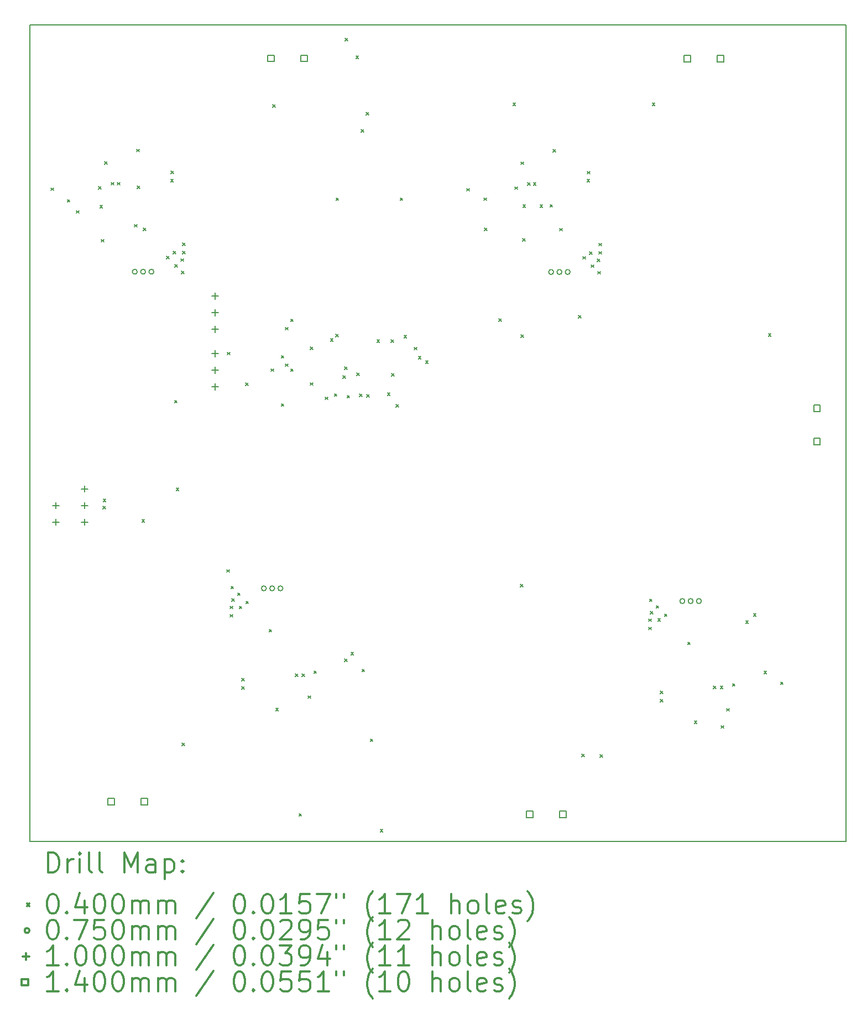
<source format=gbr>
%FSLAX45Y45*%
G04 Gerber Fmt 4.5, Leading zero omitted, Abs format (unit mm)*
G04 Created by KiCad (PCBNEW (5.1.10)-1) date 2021-05-13 19:21:07*
%MOMM*%
%LPD*%
G01*
G04 APERTURE LIST*
%TA.AperFunction,Profile*%
%ADD10C,0.150000*%
%TD*%
%ADD11C,0.200000*%
%ADD12C,0.300000*%
G04 APERTURE END LIST*
D10*
X14998700Y-17995900D02*
X14998700Y-5499100D01*
X2501900Y-17995900D02*
X14998700Y-17995900D01*
X2501900Y-5499100D02*
X2501900Y-17995900D01*
X14998700Y-5499100D02*
X2501900Y-5499100D01*
D11*
X2823530Y-7992430D02*
X2863530Y-8032430D01*
X2863530Y-7992430D02*
X2823530Y-8032430D01*
X3072450Y-8171500D02*
X3112450Y-8211500D01*
X3112450Y-8171500D02*
X3072450Y-8211500D01*
X3210880Y-8341680D02*
X3250880Y-8381680D01*
X3250880Y-8341680D02*
X3210880Y-8381680D01*
X3553780Y-7973380D02*
X3593780Y-8013380D01*
X3593780Y-7973380D02*
X3553780Y-8013380D01*
X3574100Y-8260400D02*
X3614100Y-8300400D01*
X3614100Y-8260400D02*
X3574100Y-8300400D01*
X3593150Y-8781100D02*
X3633150Y-8821100D01*
X3633150Y-8781100D02*
X3593150Y-8821100D01*
X3618550Y-12864150D02*
X3658550Y-12904150D01*
X3658550Y-12864150D02*
X3618550Y-12904150D01*
X3624900Y-12756200D02*
X3664900Y-12796200D01*
X3664900Y-12756200D02*
X3624900Y-12796200D01*
X3642680Y-7592380D02*
X3682680Y-7632380D01*
X3682680Y-7592380D02*
X3642680Y-7632380D01*
X3744280Y-7909880D02*
X3784280Y-7949880D01*
X3784280Y-7909880D02*
X3744280Y-7949880D01*
X3837328Y-7907678D02*
X3877328Y-7947678D01*
X3877328Y-7907678D02*
X3837328Y-7947678D01*
X4101150Y-8552500D02*
X4141150Y-8592500D01*
X4141150Y-8552500D02*
X4101150Y-8592500D01*
X4137980Y-7401880D02*
X4177980Y-7441880D01*
X4177980Y-7401880D02*
X4137980Y-7441880D01*
X4147180Y-7961950D02*
X4187180Y-8001950D01*
X4187180Y-7961950D02*
X4147180Y-8001950D01*
X4215450Y-13067350D02*
X4255450Y-13107350D01*
X4255450Y-13067350D02*
X4215450Y-13107350D01*
X4239580Y-8608380D02*
X4279580Y-8648380D01*
X4279580Y-8608380D02*
X4239580Y-8648380D01*
X4595180Y-9040180D02*
X4635180Y-9080180D01*
X4635180Y-9040180D02*
X4595180Y-9080180D01*
X4657745Y-7860015D02*
X4697745Y-7900015D01*
X4697745Y-7860015D02*
X4657745Y-7900015D01*
X4659950Y-7733350D02*
X4699950Y-7773350D01*
X4699950Y-7733350D02*
X4659950Y-7773350D01*
X4697745Y-8964945D02*
X4737745Y-9004945D01*
X4737745Y-8964945D02*
X4697745Y-9004945D01*
X4717100Y-11244900D02*
X4757100Y-11284900D01*
X4757100Y-11244900D02*
X4717100Y-11284900D01*
X4722180Y-9167180D02*
X4762180Y-9207180D01*
X4762180Y-9167180D02*
X4722180Y-9207180D01*
X4742500Y-12584750D02*
X4782500Y-12624750D01*
X4782500Y-12584750D02*
X4742500Y-12624750D01*
X4811080Y-9078280D02*
X4851080Y-9118280D01*
X4851080Y-9078280D02*
X4811080Y-9118280D01*
X4823780Y-9268780D02*
X4863780Y-9308780D01*
X4863780Y-9268780D02*
X4823780Y-9308780D01*
X4823780Y-9268780D02*
X4863780Y-9308780D01*
X4863780Y-9268780D02*
X4823780Y-9308780D01*
X4823780Y-9268780D02*
X4863780Y-9308780D01*
X4863780Y-9268780D02*
X4823780Y-9308780D01*
X4823780Y-9268780D02*
X4863780Y-9308780D01*
X4863780Y-9268780D02*
X4823780Y-9308780D01*
X4823780Y-9268780D02*
X4863780Y-9308780D01*
X4863780Y-9268780D02*
X4823780Y-9308780D01*
X4831400Y-16490000D02*
X4871400Y-16530000D01*
X4871400Y-16490000D02*
X4831400Y-16530000D01*
X4836480Y-8836980D02*
X4876480Y-8876980D01*
X4876480Y-8836980D02*
X4836480Y-8876980D01*
X4836480Y-8963980D02*
X4876480Y-9003980D01*
X4876480Y-8963980D02*
X4836480Y-9003980D01*
X5517200Y-13835700D02*
X5557200Y-13875700D01*
X5557200Y-13835700D02*
X5517200Y-13875700D01*
X5523550Y-10508300D02*
X5563550Y-10548300D01*
X5563550Y-10508300D02*
X5523550Y-10548300D01*
X5568000Y-14394500D02*
X5608000Y-14434500D01*
X5608000Y-14394500D02*
X5568000Y-14434500D01*
X5568000Y-14521500D02*
X5608000Y-14561500D01*
X5608000Y-14521500D02*
X5568000Y-14561500D01*
X5580700Y-14089700D02*
X5620700Y-14129700D01*
X5620700Y-14089700D02*
X5580700Y-14129700D01*
X5580700Y-14089700D02*
X5620700Y-14129700D01*
X5620700Y-14089700D02*
X5580700Y-14129700D01*
X5580700Y-14089700D02*
X5620700Y-14129700D01*
X5620700Y-14089700D02*
X5580700Y-14129700D01*
X5580700Y-14089700D02*
X5620700Y-14129700D01*
X5620700Y-14089700D02*
X5580700Y-14129700D01*
X5580700Y-14089700D02*
X5620700Y-14129700D01*
X5620700Y-14089700D02*
X5580700Y-14129700D01*
X5593400Y-14280200D02*
X5633400Y-14320200D01*
X5633400Y-14280200D02*
X5593400Y-14320200D01*
X5682300Y-14191300D02*
X5722300Y-14231300D01*
X5722300Y-14191300D02*
X5682300Y-14231300D01*
X5706735Y-14393535D02*
X5746735Y-14433535D01*
X5746735Y-14393535D02*
X5706735Y-14433535D01*
X5745800Y-15628650D02*
X5785800Y-15668650D01*
X5785800Y-15628650D02*
X5745800Y-15668650D01*
X5746735Y-15498465D02*
X5786735Y-15538465D01*
X5786735Y-15498465D02*
X5746735Y-15538465D01*
X5802950Y-10978200D02*
X5842950Y-11018200D01*
X5842950Y-10978200D02*
X5802950Y-11018200D01*
X5809300Y-14318300D02*
X5849300Y-14358300D01*
X5849300Y-14318300D02*
X5809300Y-14358300D01*
X6164900Y-14750100D02*
X6204900Y-14790100D01*
X6204900Y-14750100D02*
X6164900Y-14790100D01*
X6195850Y-10761500D02*
X6235850Y-10801500D01*
X6235850Y-10761500D02*
X6195850Y-10801500D01*
X6218794Y-6720230D02*
X6258794Y-6760230D01*
X6258794Y-6720230D02*
X6218794Y-6760230D01*
X6266500Y-15956600D02*
X6306500Y-15996600D01*
X6306500Y-15956600D02*
X6266500Y-15996600D01*
X6349050Y-11295700D02*
X6389050Y-11335700D01*
X6389050Y-11295700D02*
X6349050Y-11335700D01*
X6350050Y-10559100D02*
X6390050Y-10599100D01*
X6390050Y-10559100D02*
X6350050Y-10599100D01*
X6412550Y-10127300D02*
X6452550Y-10167300D01*
X6452550Y-10127300D02*
X6412550Y-10167300D01*
X6412550Y-10686100D02*
X6452550Y-10726100D01*
X6452550Y-10686100D02*
X6412550Y-10726100D01*
X6495100Y-10000300D02*
X6535100Y-10040300D01*
X6535100Y-10000300D02*
X6495100Y-10040300D01*
X6495100Y-10762300D02*
X6535100Y-10802300D01*
X6535100Y-10762300D02*
X6495100Y-10802300D01*
X6564950Y-15429550D02*
X6604950Y-15469550D01*
X6604950Y-15429550D02*
X6564950Y-15469550D01*
X6622100Y-17569500D02*
X6662100Y-17609500D01*
X6662100Y-17569500D02*
X6622100Y-17609500D01*
X6666550Y-15429550D02*
X6706550Y-15469550D01*
X6706550Y-15429550D02*
X6666550Y-15469550D01*
X6761800Y-15766100D02*
X6801800Y-15806100D01*
X6801800Y-15766100D02*
X6761800Y-15806100D01*
X6793550Y-10425750D02*
X6833550Y-10465750D01*
X6833550Y-10425750D02*
X6793550Y-10465750D01*
X6793550Y-10974000D02*
X6833550Y-11014000D01*
X6833550Y-10974000D02*
X6793550Y-11014000D01*
X6850700Y-15385100D02*
X6890700Y-15425100D01*
X6890700Y-15385100D02*
X6850700Y-15425100D01*
X7022406Y-11194356D02*
X7062406Y-11234356D01*
X7062406Y-11194356D02*
X7022406Y-11234356D01*
X7104700Y-10298750D02*
X7144700Y-10338750D01*
X7144700Y-10298750D02*
X7104700Y-10338750D01*
X7161850Y-11143300D02*
X7201850Y-11183300D01*
X7201850Y-11143300D02*
X7161850Y-11183300D01*
X7181522Y-10234731D02*
X7221522Y-10274731D01*
X7221522Y-10234731D02*
X7181522Y-10274731D01*
X7187250Y-8146100D02*
X7227250Y-8186100D01*
X7227250Y-8146100D02*
X7187250Y-8186100D01*
X7295200Y-10870250D02*
X7335200Y-10910250D01*
X7335200Y-10870250D02*
X7295200Y-10910250D01*
X7317485Y-10734000D02*
X7357485Y-10774000D01*
X7357485Y-10734000D02*
X7317485Y-10774000D01*
X7320600Y-15200950D02*
X7360600Y-15240950D01*
X7360600Y-15200950D02*
X7320600Y-15240950D01*
X7326950Y-5701350D02*
X7366950Y-5741350D01*
X7366950Y-5701350D02*
X7326950Y-5741350D01*
X7358700Y-11168700D02*
X7398700Y-11208700D01*
X7398700Y-11168700D02*
X7358700Y-11208700D01*
X7415850Y-15099350D02*
X7455850Y-15139350D01*
X7455850Y-15099350D02*
X7415850Y-15139350D01*
X7492050Y-5974400D02*
X7532050Y-6014400D01*
X7532050Y-5974400D02*
X7492050Y-6014400D01*
X7504750Y-10825800D02*
X7544750Y-10865800D01*
X7544750Y-10825800D02*
X7504750Y-10865800D01*
X7549200Y-11149650D02*
X7589200Y-11189650D01*
X7589200Y-11149650D02*
X7549200Y-11189650D01*
X7574600Y-7098350D02*
X7614600Y-7138350D01*
X7614600Y-7098350D02*
X7574600Y-7138350D01*
X7587300Y-15359700D02*
X7627300Y-15399700D01*
X7627300Y-15359700D02*
X7587300Y-15399700D01*
X7650800Y-6838000D02*
X7690800Y-6878000D01*
X7690800Y-6838000D02*
X7650800Y-6878000D01*
X7659300Y-11157220D02*
X7699300Y-11197220D01*
X7699300Y-11157220D02*
X7659300Y-11197220D01*
X7714300Y-16426500D02*
X7754300Y-16466500D01*
X7754300Y-16426500D02*
X7714300Y-16466500D01*
X7815900Y-10320450D02*
X7855900Y-10360450D01*
X7855900Y-10320450D02*
X7815900Y-10360450D01*
X7866700Y-17810800D02*
X7906700Y-17850800D01*
X7906700Y-17810800D02*
X7866700Y-17850800D01*
X7974650Y-11130600D02*
X8014650Y-11170600D01*
X8014650Y-11130600D02*
X7974650Y-11170600D01*
X8031800Y-10320450D02*
X8071800Y-10360450D01*
X8071800Y-10320450D02*
X8031800Y-10360450D01*
X8038150Y-10832150D02*
X8078150Y-10872150D01*
X8078150Y-10832150D02*
X8038150Y-10872150D01*
X8108000Y-11308400D02*
X8148000Y-11348400D01*
X8148000Y-11308400D02*
X8108000Y-11348400D01*
X8171500Y-8146100D02*
X8211500Y-8186100D01*
X8211500Y-8146100D02*
X8171500Y-8186100D01*
X8228650Y-10247950D02*
X8268650Y-10287950D01*
X8268650Y-10247950D02*
X8228650Y-10287950D01*
X8387400Y-10432100D02*
X8427400Y-10472100D01*
X8427400Y-10432100D02*
X8387400Y-10472100D01*
X8450900Y-10571800D02*
X8490900Y-10611800D01*
X8490900Y-10571800D02*
X8450900Y-10611800D01*
X8558850Y-10641650D02*
X8598850Y-10681650D01*
X8598850Y-10641650D02*
X8558850Y-10681650D01*
X9192580Y-8002980D02*
X9232580Y-8042980D01*
X9232580Y-8002980D02*
X9192580Y-8042980D01*
X9454200Y-8146100D02*
X9494200Y-8186100D01*
X9494200Y-8146100D02*
X9454200Y-8186100D01*
X9463779Y-8608081D02*
X9503779Y-8648081D01*
X9503779Y-8608081D02*
X9463779Y-8648081D01*
X9682800Y-9993950D02*
X9722800Y-10033950D01*
X9722800Y-9993950D02*
X9682800Y-10033950D01*
X9898700Y-6691950D02*
X9938700Y-6731950D01*
X9938700Y-6691950D02*
X9898700Y-6731950D01*
X9929180Y-7977580D02*
X9969180Y-8017580D01*
X9969180Y-7977580D02*
X9929180Y-8017580D01*
X10013000Y-14057950D02*
X10053000Y-14097950D01*
X10053000Y-14057950D02*
X10013000Y-14097950D01*
X10018080Y-7596580D02*
X10058080Y-7636580D01*
X10058080Y-7596580D02*
X10018080Y-7636580D01*
X10019350Y-10241600D02*
X10059350Y-10281600D01*
X10059350Y-10241600D02*
X10019350Y-10281600D01*
X10044750Y-8768400D02*
X10084750Y-8808400D01*
X10084750Y-8768400D02*
X10044750Y-8808400D01*
X10051100Y-8254050D02*
X10091100Y-8294050D01*
X10091100Y-8254050D02*
X10051100Y-8294050D01*
X10119680Y-7914080D02*
X10159680Y-7954080D01*
X10159680Y-7914080D02*
X10119680Y-7954080D01*
X10211654Y-7912953D02*
X10251654Y-7952953D01*
X10251654Y-7912953D02*
X10211654Y-7952953D01*
X10311450Y-8254050D02*
X10351450Y-8294050D01*
X10351450Y-8254050D02*
X10311450Y-8294050D01*
X10463850Y-8247700D02*
X10503850Y-8287700D01*
X10503850Y-8247700D02*
X10463850Y-8287700D01*
X10513380Y-7406080D02*
X10553380Y-7446080D01*
X10553380Y-7406080D02*
X10513380Y-7446080D01*
X10614980Y-8612580D02*
X10654980Y-8652580D01*
X10654980Y-8612580D02*
X10614980Y-8652580D01*
X10902000Y-9943150D02*
X10942000Y-9983150D01*
X10942000Y-9943150D02*
X10902000Y-9983150D01*
X10952800Y-16661450D02*
X10992800Y-16701450D01*
X10992800Y-16661450D02*
X10952800Y-16701450D01*
X10970580Y-9044380D02*
X11010580Y-9084380D01*
X11010580Y-9044380D02*
X10970580Y-9084380D01*
X11033145Y-7864215D02*
X11073145Y-7904215D01*
X11073145Y-7864215D02*
X11033145Y-7904215D01*
X11035350Y-7739700D02*
X11075350Y-7779700D01*
X11075350Y-7739700D02*
X11035350Y-7779700D01*
X11073145Y-8969145D02*
X11113145Y-9009145D01*
X11113145Y-8969145D02*
X11073145Y-9009145D01*
X11097580Y-9171380D02*
X11137580Y-9211380D01*
X11137580Y-9171380D02*
X11097580Y-9211380D01*
X11186480Y-9082480D02*
X11226480Y-9122480D01*
X11226480Y-9082480D02*
X11186480Y-9122480D01*
X11199180Y-9272980D02*
X11239180Y-9312980D01*
X11239180Y-9272980D02*
X11199180Y-9312980D01*
X11199180Y-9272980D02*
X11239180Y-9312980D01*
X11239180Y-9272980D02*
X11199180Y-9312980D01*
X11199180Y-9272980D02*
X11239180Y-9312980D01*
X11239180Y-9272980D02*
X11199180Y-9312980D01*
X11199180Y-9272980D02*
X11239180Y-9312980D01*
X11239180Y-9272980D02*
X11199180Y-9312980D01*
X11199180Y-9272980D02*
X11239180Y-9312980D01*
X11239180Y-9272980D02*
X11199180Y-9312980D01*
X11211880Y-8841180D02*
X11251880Y-8881180D01*
X11251880Y-8841180D02*
X11211880Y-8881180D01*
X11211880Y-8968180D02*
X11251880Y-9008180D01*
X11251880Y-8968180D02*
X11211880Y-9008180D01*
X11232200Y-16667800D02*
X11272200Y-16707800D01*
X11272200Y-16667800D02*
X11232200Y-16707800D01*
X11976420Y-14588420D02*
X12016420Y-14628420D01*
X12016420Y-14588420D02*
X11976420Y-14628420D01*
X11976420Y-14588420D02*
X12016420Y-14628420D01*
X12016420Y-14588420D02*
X11976420Y-14628420D01*
X11976420Y-14715420D02*
X12016420Y-14755420D01*
X12016420Y-14715420D02*
X11976420Y-14755420D01*
X11976420Y-14715420D02*
X12016420Y-14755420D01*
X12016420Y-14715420D02*
X11976420Y-14755420D01*
X11989120Y-14283620D02*
X12029120Y-14323620D01*
X12029120Y-14283620D02*
X11989120Y-14323620D01*
X11989120Y-14283620D02*
X12029120Y-14323620D01*
X12029120Y-14283620D02*
X11989120Y-14323620D01*
X11989120Y-14283620D02*
X12029120Y-14323620D01*
X12029120Y-14283620D02*
X11989120Y-14323620D01*
X11989120Y-14283620D02*
X12029120Y-14323620D01*
X12029120Y-14283620D02*
X11989120Y-14323620D01*
X11989120Y-14283620D02*
X12029120Y-14323620D01*
X12029120Y-14283620D02*
X11989120Y-14323620D01*
X11989120Y-14283620D02*
X12029120Y-14323620D01*
X12029120Y-14283620D02*
X11989120Y-14323620D01*
X11989120Y-14283620D02*
X12029120Y-14323620D01*
X12029120Y-14283620D02*
X11989120Y-14323620D01*
X11989120Y-14283620D02*
X12029120Y-14323620D01*
X12029120Y-14283620D02*
X11989120Y-14323620D01*
X11989120Y-14283620D02*
X12029120Y-14323620D01*
X12029120Y-14283620D02*
X11989120Y-14323620D01*
X11989120Y-14283620D02*
X12029120Y-14323620D01*
X12029120Y-14283620D02*
X11989120Y-14323620D01*
X12001820Y-14474120D02*
X12041820Y-14514120D01*
X12041820Y-14474120D02*
X12001820Y-14514120D01*
X12001820Y-14474120D02*
X12041820Y-14514120D01*
X12041820Y-14474120D02*
X12001820Y-14514120D01*
X12032257Y-6693659D02*
X12072257Y-6733659D01*
X12072257Y-6693659D02*
X12032257Y-6733659D01*
X12090720Y-14385220D02*
X12130720Y-14425220D01*
X12130720Y-14385220D02*
X12090720Y-14425220D01*
X12090720Y-14385220D02*
X12130720Y-14425220D01*
X12130720Y-14385220D02*
X12090720Y-14425220D01*
X12115155Y-14587455D02*
X12155155Y-14627455D01*
X12155155Y-14587455D02*
X12115155Y-14627455D01*
X12115155Y-14587455D02*
X12155155Y-14627455D01*
X12155155Y-14587455D02*
X12115155Y-14627455D01*
X12154220Y-15822570D02*
X12194220Y-15862570D01*
X12194220Y-15822570D02*
X12154220Y-15862570D01*
X12154220Y-15822570D02*
X12194220Y-15862570D01*
X12194220Y-15822570D02*
X12154220Y-15862570D01*
X12155155Y-15692385D02*
X12195155Y-15732385D01*
X12195155Y-15692385D02*
X12155155Y-15732385D01*
X12155155Y-15692385D02*
X12195155Y-15732385D01*
X12195155Y-15692385D02*
X12155155Y-15732385D01*
X12217720Y-14512220D02*
X12257720Y-14552220D01*
X12257720Y-14512220D02*
X12217720Y-14552220D01*
X12217720Y-14512220D02*
X12257720Y-14552220D01*
X12257720Y-14512220D02*
X12217720Y-14552220D01*
X12573320Y-14944020D02*
X12613320Y-14984020D01*
X12613320Y-14944020D02*
X12573320Y-14984020D01*
X12573320Y-14944020D02*
X12613320Y-14984020D01*
X12613320Y-14944020D02*
X12573320Y-14984020D01*
X12674920Y-16150520D02*
X12714920Y-16190520D01*
X12714920Y-16150520D02*
X12674920Y-16190520D01*
X12674920Y-16150520D02*
X12714920Y-16190520D01*
X12714920Y-16150520D02*
X12674920Y-16190520D01*
X12966220Y-15619580D02*
X13006220Y-15659580D01*
X13006220Y-15619580D02*
X12966220Y-15659580D01*
X13073700Y-15615045D02*
X13113700Y-15655045D01*
X13113700Y-15615045D02*
X13073700Y-15655045D01*
X13086400Y-16223300D02*
X13126400Y-16263300D01*
X13126400Y-16223300D02*
X13086400Y-16263300D01*
X13170220Y-15960020D02*
X13210220Y-16000020D01*
X13210220Y-15960020D02*
X13170220Y-16000020D01*
X13170220Y-15960020D02*
X13210220Y-16000020D01*
X13210220Y-15960020D02*
X13170220Y-16000020D01*
X13259120Y-15579020D02*
X13299120Y-15619020D01*
X13299120Y-15579020D02*
X13259120Y-15619020D01*
X13259120Y-15579020D02*
X13299120Y-15619020D01*
X13299120Y-15579020D02*
X13259120Y-15619020D01*
X13461050Y-14616750D02*
X13501050Y-14656750D01*
X13501050Y-14616750D02*
X13461050Y-14656750D01*
X13581700Y-14508800D02*
X13621700Y-14548800D01*
X13621700Y-14508800D02*
X13581700Y-14548800D01*
X13740450Y-15391450D02*
X13780450Y-15431450D01*
X13780450Y-15391450D02*
X13740450Y-15431450D01*
X13810300Y-10222550D02*
X13850300Y-10262550D01*
X13850300Y-10222550D02*
X13810300Y-10262550D01*
X13995720Y-15553620D02*
X14035720Y-15593620D01*
X14035720Y-15553620D02*
X13995720Y-15593620D01*
X4144680Y-9276080D02*
G75*
G03*
X4144680Y-9276080I-37500J0D01*
G01*
X4271680Y-9276080D02*
G75*
G03*
X4271680Y-9276080I-37500J0D01*
G01*
X4398680Y-9276080D02*
G75*
G03*
X4398680Y-9276080I-37500J0D01*
G01*
X6120800Y-14122400D02*
G75*
G03*
X6120800Y-14122400I-37500J0D01*
G01*
X6247800Y-14122400D02*
G75*
G03*
X6247800Y-14122400I-37500J0D01*
G01*
X6374800Y-14122400D02*
G75*
G03*
X6374800Y-14122400I-37500J0D01*
G01*
X10520080Y-9280280D02*
G75*
G03*
X10520080Y-9280280I-37500J0D01*
G01*
X10647080Y-9280280D02*
G75*
G03*
X10647080Y-9280280I-37500J0D01*
G01*
X10774080Y-9280280D02*
G75*
G03*
X10774080Y-9280280I-37500J0D01*
G01*
X12529220Y-14316320D02*
G75*
G03*
X12529220Y-14316320I-37500J0D01*
G01*
X12656220Y-14316320D02*
G75*
G03*
X12656220Y-14316320I-37500J0D01*
G01*
X12783220Y-14316320D02*
G75*
G03*
X12783220Y-14316320I-37500J0D01*
G01*
X2901950Y-12802400D02*
X2901950Y-12902400D01*
X2851950Y-12852400D02*
X2951950Y-12852400D01*
X2901950Y-13056400D02*
X2901950Y-13156400D01*
X2851950Y-13106400D02*
X2951950Y-13106400D01*
X3340100Y-12548400D02*
X3340100Y-12648400D01*
X3290100Y-12598400D02*
X3390100Y-12598400D01*
X3340100Y-12802400D02*
X3340100Y-12902400D01*
X3290100Y-12852400D02*
X3390100Y-12852400D01*
X3340100Y-13056400D02*
X3340100Y-13156400D01*
X3290100Y-13106400D02*
X3390100Y-13106400D01*
X5334000Y-9595650D02*
X5334000Y-9695650D01*
X5284000Y-9645650D02*
X5384000Y-9645650D01*
X5334000Y-9849650D02*
X5334000Y-9949650D01*
X5284000Y-9899650D02*
X5384000Y-9899650D01*
X5334000Y-10103650D02*
X5334000Y-10203650D01*
X5284000Y-10153650D02*
X5384000Y-10153650D01*
X5334000Y-10478300D02*
X5334000Y-10578300D01*
X5284000Y-10528300D02*
X5384000Y-10528300D01*
X5334000Y-10732300D02*
X5334000Y-10832300D01*
X5284000Y-10782300D02*
X5384000Y-10782300D01*
X5334000Y-10986300D02*
X5334000Y-11086300D01*
X5284000Y-11036300D02*
X5384000Y-11036300D01*
X3795998Y-17435798D02*
X3795998Y-17336802D01*
X3697002Y-17336802D01*
X3697002Y-17435798D01*
X3795998Y-17435798D01*
X4303998Y-17435798D02*
X4303998Y-17336802D01*
X4205002Y-17336802D01*
X4205002Y-17435798D01*
X4303998Y-17435798D01*
X6239478Y-6061678D02*
X6239478Y-5962682D01*
X6140482Y-5962682D01*
X6140482Y-6061678D01*
X6239478Y-6061678D01*
X6747478Y-6061678D02*
X6747478Y-5962682D01*
X6648482Y-5962682D01*
X6648482Y-6061678D01*
X6747478Y-6061678D01*
X10204418Y-17629718D02*
X10204418Y-17530722D01*
X10105422Y-17530722D01*
X10105422Y-17629718D01*
X10204418Y-17629718D01*
X10712418Y-17629718D02*
X10712418Y-17530722D01*
X10613422Y-17530722D01*
X10613422Y-17629718D01*
X10712418Y-17629718D01*
X12614878Y-6065878D02*
X12614878Y-5966882D01*
X12515882Y-5966882D01*
X12515882Y-6065878D01*
X12614878Y-6065878D01*
X13122878Y-6065878D02*
X13122878Y-5966882D01*
X13023882Y-5966882D01*
X13023882Y-6065878D01*
X13122878Y-6065878D01*
X14603698Y-11415998D02*
X14603698Y-11317002D01*
X14504702Y-11317002D01*
X14504702Y-11415998D01*
X14603698Y-11415998D01*
X14603698Y-11923998D02*
X14603698Y-11825002D01*
X14504702Y-11825002D01*
X14504702Y-11923998D01*
X14603698Y-11923998D01*
D12*
X2780828Y-18469114D02*
X2780828Y-18169114D01*
X2852257Y-18169114D01*
X2895114Y-18183400D01*
X2923686Y-18211972D01*
X2937971Y-18240543D01*
X2952257Y-18297686D01*
X2952257Y-18340543D01*
X2937971Y-18397686D01*
X2923686Y-18426257D01*
X2895114Y-18454829D01*
X2852257Y-18469114D01*
X2780828Y-18469114D01*
X3080828Y-18469114D02*
X3080828Y-18269114D01*
X3080828Y-18326257D02*
X3095114Y-18297686D01*
X3109400Y-18283400D01*
X3137971Y-18269114D01*
X3166543Y-18269114D01*
X3266543Y-18469114D02*
X3266543Y-18269114D01*
X3266543Y-18169114D02*
X3252257Y-18183400D01*
X3266543Y-18197686D01*
X3280828Y-18183400D01*
X3266543Y-18169114D01*
X3266543Y-18197686D01*
X3452257Y-18469114D02*
X3423686Y-18454829D01*
X3409400Y-18426257D01*
X3409400Y-18169114D01*
X3609400Y-18469114D02*
X3580828Y-18454829D01*
X3566543Y-18426257D01*
X3566543Y-18169114D01*
X3952257Y-18469114D02*
X3952257Y-18169114D01*
X4052257Y-18383400D01*
X4152257Y-18169114D01*
X4152257Y-18469114D01*
X4423686Y-18469114D02*
X4423686Y-18311972D01*
X4409400Y-18283400D01*
X4380828Y-18269114D01*
X4323686Y-18269114D01*
X4295114Y-18283400D01*
X4423686Y-18454829D02*
X4395114Y-18469114D01*
X4323686Y-18469114D01*
X4295114Y-18454829D01*
X4280828Y-18426257D01*
X4280828Y-18397686D01*
X4295114Y-18369114D01*
X4323686Y-18354829D01*
X4395114Y-18354829D01*
X4423686Y-18340543D01*
X4566543Y-18269114D02*
X4566543Y-18569114D01*
X4566543Y-18283400D02*
X4595114Y-18269114D01*
X4652257Y-18269114D01*
X4680828Y-18283400D01*
X4695114Y-18297686D01*
X4709400Y-18326257D01*
X4709400Y-18411972D01*
X4695114Y-18440543D01*
X4680828Y-18454829D01*
X4652257Y-18469114D01*
X4595114Y-18469114D01*
X4566543Y-18454829D01*
X4837971Y-18440543D02*
X4852257Y-18454829D01*
X4837971Y-18469114D01*
X4823686Y-18454829D01*
X4837971Y-18440543D01*
X4837971Y-18469114D01*
X4837971Y-18283400D02*
X4852257Y-18297686D01*
X4837971Y-18311972D01*
X4823686Y-18297686D01*
X4837971Y-18283400D01*
X4837971Y-18311972D01*
X2454400Y-18943400D02*
X2494400Y-18983400D01*
X2494400Y-18943400D02*
X2454400Y-18983400D01*
X2837971Y-18799114D02*
X2866543Y-18799114D01*
X2895114Y-18813400D01*
X2909400Y-18827686D01*
X2923686Y-18856257D01*
X2937971Y-18913400D01*
X2937971Y-18984829D01*
X2923686Y-19041972D01*
X2909400Y-19070543D01*
X2895114Y-19084829D01*
X2866543Y-19099114D01*
X2837971Y-19099114D01*
X2809400Y-19084829D01*
X2795114Y-19070543D01*
X2780828Y-19041972D01*
X2766543Y-18984829D01*
X2766543Y-18913400D01*
X2780828Y-18856257D01*
X2795114Y-18827686D01*
X2809400Y-18813400D01*
X2837971Y-18799114D01*
X3066543Y-19070543D02*
X3080828Y-19084829D01*
X3066543Y-19099114D01*
X3052257Y-19084829D01*
X3066543Y-19070543D01*
X3066543Y-19099114D01*
X3337971Y-18899114D02*
X3337971Y-19099114D01*
X3266543Y-18784829D02*
X3195114Y-18999114D01*
X3380828Y-18999114D01*
X3552257Y-18799114D02*
X3580828Y-18799114D01*
X3609400Y-18813400D01*
X3623686Y-18827686D01*
X3637971Y-18856257D01*
X3652257Y-18913400D01*
X3652257Y-18984829D01*
X3637971Y-19041972D01*
X3623686Y-19070543D01*
X3609400Y-19084829D01*
X3580828Y-19099114D01*
X3552257Y-19099114D01*
X3523686Y-19084829D01*
X3509400Y-19070543D01*
X3495114Y-19041972D01*
X3480828Y-18984829D01*
X3480828Y-18913400D01*
X3495114Y-18856257D01*
X3509400Y-18827686D01*
X3523686Y-18813400D01*
X3552257Y-18799114D01*
X3837971Y-18799114D02*
X3866543Y-18799114D01*
X3895114Y-18813400D01*
X3909400Y-18827686D01*
X3923686Y-18856257D01*
X3937971Y-18913400D01*
X3937971Y-18984829D01*
X3923686Y-19041972D01*
X3909400Y-19070543D01*
X3895114Y-19084829D01*
X3866543Y-19099114D01*
X3837971Y-19099114D01*
X3809400Y-19084829D01*
X3795114Y-19070543D01*
X3780828Y-19041972D01*
X3766543Y-18984829D01*
X3766543Y-18913400D01*
X3780828Y-18856257D01*
X3795114Y-18827686D01*
X3809400Y-18813400D01*
X3837971Y-18799114D01*
X4066543Y-19099114D02*
X4066543Y-18899114D01*
X4066543Y-18927686D02*
X4080828Y-18913400D01*
X4109400Y-18899114D01*
X4152257Y-18899114D01*
X4180828Y-18913400D01*
X4195114Y-18941972D01*
X4195114Y-19099114D01*
X4195114Y-18941972D02*
X4209400Y-18913400D01*
X4237971Y-18899114D01*
X4280828Y-18899114D01*
X4309400Y-18913400D01*
X4323686Y-18941972D01*
X4323686Y-19099114D01*
X4466543Y-19099114D02*
X4466543Y-18899114D01*
X4466543Y-18927686D02*
X4480828Y-18913400D01*
X4509400Y-18899114D01*
X4552257Y-18899114D01*
X4580828Y-18913400D01*
X4595114Y-18941972D01*
X4595114Y-19099114D01*
X4595114Y-18941972D02*
X4609400Y-18913400D01*
X4637971Y-18899114D01*
X4680828Y-18899114D01*
X4709400Y-18913400D01*
X4723686Y-18941972D01*
X4723686Y-19099114D01*
X5309400Y-18784829D02*
X5052257Y-19170543D01*
X5695114Y-18799114D02*
X5723686Y-18799114D01*
X5752257Y-18813400D01*
X5766543Y-18827686D01*
X5780828Y-18856257D01*
X5795114Y-18913400D01*
X5795114Y-18984829D01*
X5780828Y-19041972D01*
X5766543Y-19070543D01*
X5752257Y-19084829D01*
X5723686Y-19099114D01*
X5695114Y-19099114D01*
X5666543Y-19084829D01*
X5652257Y-19070543D01*
X5637971Y-19041972D01*
X5623686Y-18984829D01*
X5623686Y-18913400D01*
X5637971Y-18856257D01*
X5652257Y-18827686D01*
X5666543Y-18813400D01*
X5695114Y-18799114D01*
X5923686Y-19070543D02*
X5937971Y-19084829D01*
X5923686Y-19099114D01*
X5909400Y-19084829D01*
X5923686Y-19070543D01*
X5923686Y-19099114D01*
X6123686Y-18799114D02*
X6152257Y-18799114D01*
X6180828Y-18813400D01*
X6195114Y-18827686D01*
X6209400Y-18856257D01*
X6223686Y-18913400D01*
X6223686Y-18984829D01*
X6209400Y-19041972D01*
X6195114Y-19070543D01*
X6180828Y-19084829D01*
X6152257Y-19099114D01*
X6123686Y-19099114D01*
X6095114Y-19084829D01*
X6080828Y-19070543D01*
X6066543Y-19041972D01*
X6052257Y-18984829D01*
X6052257Y-18913400D01*
X6066543Y-18856257D01*
X6080828Y-18827686D01*
X6095114Y-18813400D01*
X6123686Y-18799114D01*
X6509400Y-19099114D02*
X6337971Y-19099114D01*
X6423686Y-19099114D02*
X6423686Y-18799114D01*
X6395114Y-18841972D01*
X6366543Y-18870543D01*
X6337971Y-18884829D01*
X6780828Y-18799114D02*
X6637971Y-18799114D01*
X6623686Y-18941972D01*
X6637971Y-18927686D01*
X6666543Y-18913400D01*
X6737971Y-18913400D01*
X6766543Y-18927686D01*
X6780828Y-18941972D01*
X6795114Y-18970543D01*
X6795114Y-19041972D01*
X6780828Y-19070543D01*
X6766543Y-19084829D01*
X6737971Y-19099114D01*
X6666543Y-19099114D01*
X6637971Y-19084829D01*
X6623686Y-19070543D01*
X6895114Y-18799114D02*
X7095114Y-18799114D01*
X6966543Y-19099114D01*
X7195114Y-18799114D02*
X7195114Y-18856257D01*
X7309400Y-18799114D02*
X7309400Y-18856257D01*
X7752257Y-19213400D02*
X7737971Y-19199114D01*
X7709400Y-19156257D01*
X7695114Y-19127686D01*
X7680828Y-19084829D01*
X7666543Y-19013400D01*
X7666543Y-18956257D01*
X7680828Y-18884829D01*
X7695114Y-18841972D01*
X7709400Y-18813400D01*
X7737971Y-18770543D01*
X7752257Y-18756257D01*
X8023686Y-19099114D02*
X7852257Y-19099114D01*
X7937971Y-19099114D02*
X7937971Y-18799114D01*
X7909400Y-18841972D01*
X7880828Y-18870543D01*
X7852257Y-18884829D01*
X8123686Y-18799114D02*
X8323686Y-18799114D01*
X8195114Y-19099114D01*
X8595114Y-19099114D02*
X8423686Y-19099114D01*
X8509400Y-19099114D02*
X8509400Y-18799114D01*
X8480828Y-18841972D01*
X8452257Y-18870543D01*
X8423686Y-18884829D01*
X8952257Y-19099114D02*
X8952257Y-18799114D01*
X9080828Y-19099114D02*
X9080828Y-18941972D01*
X9066543Y-18913400D01*
X9037971Y-18899114D01*
X8995114Y-18899114D01*
X8966543Y-18913400D01*
X8952257Y-18927686D01*
X9266543Y-19099114D02*
X9237971Y-19084829D01*
X9223686Y-19070543D01*
X9209400Y-19041972D01*
X9209400Y-18956257D01*
X9223686Y-18927686D01*
X9237971Y-18913400D01*
X9266543Y-18899114D01*
X9309400Y-18899114D01*
X9337971Y-18913400D01*
X9352257Y-18927686D01*
X9366543Y-18956257D01*
X9366543Y-19041972D01*
X9352257Y-19070543D01*
X9337971Y-19084829D01*
X9309400Y-19099114D01*
X9266543Y-19099114D01*
X9537971Y-19099114D02*
X9509400Y-19084829D01*
X9495114Y-19056257D01*
X9495114Y-18799114D01*
X9766543Y-19084829D02*
X9737971Y-19099114D01*
X9680828Y-19099114D01*
X9652257Y-19084829D01*
X9637971Y-19056257D01*
X9637971Y-18941972D01*
X9652257Y-18913400D01*
X9680828Y-18899114D01*
X9737971Y-18899114D01*
X9766543Y-18913400D01*
X9780828Y-18941972D01*
X9780828Y-18970543D01*
X9637971Y-18999114D01*
X9895114Y-19084829D02*
X9923686Y-19099114D01*
X9980828Y-19099114D01*
X10009400Y-19084829D01*
X10023686Y-19056257D01*
X10023686Y-19041972D01*
X10009400Y-19013400D01*
X9980828Y-18999114D01*
X9937971Y-18999114D01*
X9909400Y-18984829D01*
X9895114Y-18956257D01*
X9895114Y-18941972D01*
X9909400Y-18913400D01*
X9937971Y-18899114D01*
X9980828Y-18899114D01*
X10009400Y-18913400D01*
X10123686Y-19213400D02*
X10137971Y-19199114D01*
X10166543Y-19156257D01*
X10180828Y-19127686D01*
X10195114Y-19084829D01*
X10209400Y-19013400D01*
X10209400Y-18956257D01*
X10195114Y-18884829D01*
X10180828Y-18841972D01*
X10166543Y-18813400D01*
X10137971Y-18770543D01*
X10123686Y-18756257D01*
X2494400Y-19359400D02*
G75*
G03*
X2494400Y-19359400I-37500J0D01*
G01*
X2837971Y-19195114D02*
X2866543Y-19195114D01*
X2895114Y-19209400D01*
X2909400Y-19223686D01*
X2923686Y-19252257D01*
X2937971Y-19309400D01*
X2937971Y-19380829D01*
X2923686Y-19437972D01*
X2909400Y-19466543D01*
X2895114Y-19480829D01*
X2866543Y-19495114D01*
X2837971Y-19495114D01*
X2809400Y-19480829D01*
X2795114Y-19466543D01*
X2780828Y-19437972D01*
X2766543Y-19380829D01*
X2766543Y-19309400D01*
X2780828Y-19252257D01*
X2795114Y-19223686D01*
X2809400Y-19209400D01*
X2837971Y-19195114D01*
X3066543Y-19466543D02*
X3080828Y-19480829D01*
X3066543Y-19495114D01*
X3052257Y-19480829D01*
X3066543Y-19466543D01*
X3066543Y-19495114D01*
X3180828Y-19195114D02*
X3380828Y-19195114D01*
X3252257Y-19495114D01*
X3637971Y-19195114D02*
X3495114Y-19195114D01*
X3480828Y-19337972D01*
X3495114Y-19323686D01*
X3523686Y-19309400D01*
X3595114Y-19309400D01*
X3623686Y-19323686D01*
X3637971Y-19337972D01*
X3652257Y-19366543D01*
X3652257Y-19437972D01*
X3637971Y-19466543D01*
X3623686Y-19480829D01*
X3595114Y-19495114D01*
X3523686Y-19495114D01*
X3495114Y-19480829D01*
X3480828Y-19466543D01*
X3837971Y-19195114D02*
X3866543Y-19195114D01*
X3895114Y-19209400D01*
X3909400Y-19223686D01*
X3923686Y-19252257D01*
X3937971Y-19309400D01*
X3937971Y-19380829D01*
X3923686Y-19437972D01*
X3909400Y-19466543D01*
X3895114Y-19480829D01*
X3866543Y-19495114D01*
X3837971Y-19495114D01*
X3809400Y-19480829D01*
X3795114Y-19466543D01*
X3780828Y-19437972D01*
X3766543Y-19380829D01*
X3766543Y-19309400D01*
X3780828Y-19252257D01*
X3795114Y-19223686D01*
X3809400Y-19209400D01*
X3837971Y-19195114D01*
X4066543Y-19495114D02*
X4066543Y-19295114D01*
X4066543Y-19323686D02*
X4080828Y-19309400D01*
X4109400Y-19295114D01*
X4152257Y-19295114D01*
X4180828Y-19309400D01*
X4195114Y-19337972D01*
X4195114Y-19495114D01*
X4195114Y-19337972D02*
X4209400Y-19309400D01*
X4237971Y-19295114D01*
X4280828Y-19295114D01*
X4309400Y-19309400D01*
X4323686Y-19337972D01*
X4323686Y-19495114D01*
X4466543Y-19495114D02*
X4466543Y-19295114D01*
X4466543Y-19323686D02*
X4480828Y-19309400D01*
X4509400Y-19295114D01*
X4552257Y-19295114D01*
X4580828Y-19309400D01*
X4595114Y-19337972D01*
X4595114Y-19495114D01*
X4595114Y-19337972D02*
X4609400Y-19309400D01*
X4637971Y-19295114D01*
X4680828Y-19295114D01*
X4709400Y-19309400D01*
X4723686Y-19337972D01*
X4723686Y-19495114D01*
X5309400Y-19180829D02*
X5052257Y-19566543D01*
X5695114Y-19195114D02*
X5723686Y-19195114D01*
X5752257Y-19209400D01*
X5766543Y-19223686D01*
X5780828Y-19252257D01*
X5795114Y-19309400D01*
X5795114Y-19380829D01*
X5780828Y-19437972D01*
X5766543Y-19466543D01*
X5752257Y-19480829D01*
X5723686Y-19495114D01*
X5695114Y-19495114D01*
X5666543Y-19480829D01*
X5652257Y-19466543D01*
X5637971Y-19437972D01*
X5623686Y-19380829D01*
X5623686Y-19309400D01*
X5637971Y-19252257D01*
X5652257Y-19223686D01*
X5666543Y-19209400D01*
X5695114Y-19195114D01*
X5923686Y-19466543D02*
X5937971Y-19480829D01*
X5923686Y-19495114D01*
X5909400Y-19480829D01*
X5923686Y-19466543D01*
X5923686Y-19495114D01*
X6123686Y-19195114D02*
X6152257Y-19195114D01*
X6180828Y-19209400D01*
X6195114Y-19223686D01*
X6209400Y-19252257D01*
X6223686Y-19309400D01*
X6223686Y-19380829D01*
X6209400Y-19437972D01*
X6195114Y-19466543D01*
X6180828Y-19480829D01*
X6152257Y-19495114D01*
X6123686Y-19495114D01*
X6095114Y-19480829D01*
X6080828Y-19466543D01*
X6066543Y-19437972D01*
X6052257Y-19380829D01*
X6052257Y-19309400D01*
X6066543Y-19252257D01*
X6080828Y-19223686D01*
X6095114Y-19209400D01*
X6123686Y-19195114D01*
X6337971Y-19223686D02*
X6352257Y-19209400D01*
X6380828Y-19195114D01*
X6452257Y-19195114D01*
X6480828Y-19209400D01*
X6495114Y-19223686D01*
X6509400Y-19252257D01*
X6509400Y-19280829D01*
X6495114Y-19323686D01*
X6323686Y-19495114D01*
X6509400Y-19495114D01*
X6652257Y-19495114D02*
X6709400Y-19495114D01*
X6737971Y-19480829D01*
X6752257Y-19466543D01*
X6780828Y-19423686D01*
X6795114Y-19366543D01*
X6795114Y-19252257D01*
X6780828Y-19223686D01*
X6766543Y-19209400D01*
X6737971Y-19195114D01*
X6680828Y-19195114D01*
X6652257Y-19209400D01*
X6637971Y-19223686D01*
X6623686Y-19252257D01*
X6623686Y-19323686D01*
X6637971Y-19352257D01*
X6652257Y-19366543D01*
X6680828Y-19380829D01*
X6737971Y-19380829D01*
X6766543Y-19366543D01*
X6780828Y-19352257D01*
X6795114Y-19323686D01*
X7066543Y-19195114D02*
X6923686Y-19195114D01*
X6909400Y-19337972D01*
X6923686Y-19323686D01*
X6952257Y-19309400D01*
X7023686Y-19309400D01*
X7052257Y-19323686D01*
X7066543Y-19337972D01*
X7080828Y-19366543D01*
X7080828Y-19437972D01*
X7066543Y-19466543D01*
X7052257Y-19480829D01*
X7023686Y-19495114D01*
X6952257Y-19495114D01*
X6923686Y-19480829D01*
X6909400Y-19466543D01*
X7195114Y-19195114D02*
X7195114Y-19252257D01*
X7309400Y-19195114D02*
X7309400Y-19252257D01*
X7752257Y-19609400D02*
X7737971Y-19595114D01*
X7709400Y-19552257D01*
X7695114Y-19523686D01*
X7680828Y-19480829D01*
X7666543Y-19409400D01*
X7666543Y-19352257D01*
X7680828Y-19280829D01*
X7695114Y-19237972D01*
X7709400Y-19209400D01*
X7737971Y-19166543D01*
X7752257Y-19152257D01*
X8023686Y-19495114D02*
X7852257Y-19495114D01*
X7937971Y-19495114D02*
X7937971Y-19195114D01*
X7909400Y-19237972D01*
X7880828Y-19266543D01*
X7852257Y-19280829D01*
X8137971Y-19223686D02*
X8152257Y-19209400D01*
X8180828Y-19195114D01*
X8252257Y-19195114D01*
X8280828Y-19209400D01*
X8295114Y-19223686D01*
X8309400Y-19252257D01*
X8309400Y-19280829D01*
X8295114Y-19323686D01*
X8123686Y-19495114D01*
X8309400Y-19495114D01*
X8666543Y-19495114D02*
X8666543Y-19195114D01*
X8795114Y-19495114D02*
X8795114Y-19337972D01*
X8780828Y-19309400D01*
X8752257Y-19295114D01*
X8709400Y-19295114D01*
X8680828Y-19309400D01*
X8666543Y-19323686D01*
X8980828Y-19495114D02*
X8952257Y-19480829D01*
X8937971Y-19466543D01*
X8923686Y-19437972D01*
X8923686Y-19352257D01*
X8937971Y-19323686D01*
X8952257Y-19309400D01*
X8980828Y-19295114D01*
X9023686Y-19295114D01*
X9052257Y-19309400D01*
X9066543Y-19323686D01*
X9080828Y-19352257D01*
X9080828Y-19437972D01*
X9066543Y-19466543D01*
X9052257Y-19480829D01*
X9023686Y-19495114D01*
X8980828Y-19495114D01*
X9252257Y-19495114D02*
X9223686Y-19480829D01*
X9209400Y-19452257D01*
X9209400Y-19195114D01*
X9480828Y-19480829D02*
X9452257Y-19495114D01*
X9395114Y-19495114D01*
X9366543Y-19480829D01*
X9352257Y-19452257D01*
X9352257Y-19337972D01*
X9366543Y-19309400D01*
X9395114Y-19295114D01*
X9452257Y-19295114D01*
X9480828Y-19309400D01*
X9495114Y-19337972D01*
X9495114Y-19366543D01*
X9352257Y-19395114D01*
X9609400Y-19480829D02*
X9637971Y-19495114D01*
X9695114Y-19495114D01*
X9723686Y-19480829D01*
X9737971Y-19452257D01*
X9737971Y-19437972D01*
X9723686Y-19409400D01*
X9695114Y-19395114D01*
X9652257Y-19395114D01*
X9623686Y-19380829D01*
X9609400Y-19352257D01*
X9609400Y-19337972D01*
X9623686Y-19309400D01*
X9652257Y-19295114D01*
X9695114Y-19295114D01*
X9723686Y-19309400D01*
X9837971Y-19609400D02*
X9852257Y-19595114D01*
X9880828Y-19552257D01*
X9895114Y-19523686D01*
X9909400Y-19480829D01*
X9923686Y-19409400D01*
X9923686Y-19352257D01*
X9909400Y-19280829D01*
X9895114Y-19237972D01*
X9880828Y-19209400D01*
X9852257Y-19166543D01*
X9837971Y-19152257D01*
X2444400Y-19705400D02*
X2444400Y-19805400D01*
X2394400Y-19755400D02*
X2494400Y-19755400D01*
X2937971Y-19891114D02*
X2766543Y-19891114D01*
X2852257Y-19891114D02*
X2852257Y-19591114D01*
X2823686Y-19633972D01*
X2795114Y-19662543D01*
X2766543Y-19676829D01*
X3066543Y-19862543D02*
X3080828Y-19876829D01*
X3066543Y-19891114D01*
X3052257Y-19876829D01*
X3066543Y-19862543D01*
X3066543Y-19891114D01*
X3266543Y-19591114D02*
X3295114Y-19591114D01*
X3323686Y-19605400D01*
X3337971Y-19619686D01*
X3352257Y-19648257D01*
X3366543Y-19705400D01*
X3366543Y-19776829D01*
X3352257Y-19833972D01*
X3337971Y-19862543D01*
X3323686Y-19876829D01*
X3295114Y-19891114D01*
X3266543Y-19891114D01*
X3237971Y-19876829D01*
X3223686Y-19862543D01*
X3209400Y-19833972D01*
X3195114Y-19776829D01*
X3195114Y-19705400D01*
X3209400Y-19648257D01*
X3223686Y-19619686D01*
X3237971Y-19605400D01*
X3266543Y-19591114D01*
X3552257Y-19591114D02*
X3580828Y-19591114D01*
X3609400Y-19605400D01*
X3623686Y-19619686D01*
X3637971Y-19648257D01*
X3652257Y-19705400D01*
X3652257Y-19776829D01*
X3637971Y-19833972D01*
X3623686Y-19862543D01*
X3609400Y-19876829D01*
X3580828Y-19891114D01*
X3552257Y-19891114D01*
X3523686Y-19876829D01*
X3509400Y-19862543D01*
X3495114Y-19833972D01*
X3480828Y-19776829D01*
X3480828Y-19705400D01*
X3495114Y-19648257D01*
X3509400Y-19619686D01*
X3523686Y-19605400D01*
X3552257Y-19591114D01*
X3837971Y-19591114D02*
X3866543Y-19591114D01*
X3895114Y-19605400D01*
X3909400Y-19619686D01*
X3923686Y-19648257D01*
X3937971Y-19705400D01*
X3937971Y-19776829D01*
X3923686Y-19833972D01*
X3909400Y-19862543D01*
X3895114Y-19876829D01*
X3866543Y-19891114D01*
X3837971Y-19891114D01*
X3809400Y-19876829D01*
X3795114Y-19862543D01*
X3780828Y-19833972D01*
X3766543Y-19776829D01*
X3766543Y-19705400D01*
X3780828Y-19648257D01*
X3795114Y-19619686D01*
X3809400Y-19605400D01*
X3837971Y-19591114D01*
X4066543Y-19891114D02*
X4066543Y-19691114D01*
X4066543Y-19719686D02*
X4080828Y-19705400D01*
X4109400Y-19691114D01*
X4152257Y-19691114D01*
X4180828Y-19705400D01*
X4195114Y-19733972D01*
X4195114Y-19891114D01*
X4195114Y-19733972D02*
X4209400Y-19705400D01*
X4237971Y-19691114D01*
X4280828Y-19691114D01*
X4309400Y-19705400D01*
X4323686Y-19733972D01*
X4323686Y-19891114D01*
X4466543Y-19891114D02*
X4466543Y-19691114D01*
X4466543Y-19719686D02*
X4480828Y-19705400D01*
X4509400Y-19691114D01*
X4552257Y-19691114D01*
X4580828Y-19705400D01*
X4595114Y-19733972D01*
X4595114Y-19891114D01*
X4595114Y-19733972D02*
X4609400Y-19705400D01*
X4637971Y-19691114D01*
X4680828Y-19691114D01*
X4709400Y-19705400D01*
X4723686Y-19733972D01*
X4723686Y-19891114D01*
X5309400Y-19576829D02*
X5052257Y-19962543D01*
X5695114Y-19591114D02*
X5723686Y-19591114D01*
X5752257Y-19605400D01*
X5766543Y-19619686D01*
X5780828Y-19648257D01*
X5795114Y-19705400D01*
X5795114Y-19776829D01*
X5780828Y-19833972D01*
X5766543Y-19862543D01*
X5752257Y-19876829D01*
X5723686Y-19891114D01*
X5695114Y-19891114D01*
X5666543Y-19876829D01*
X5652257Y-19862543D01*
X5637971Y-19833972D01*
X5623686Y-19776829D01*
X5623686Y-19705400D01*
X5637971Y-19648257D01*
X5652257Y-19619686D01*
X5666543Y-19605400D01*
X5695114Y-19591114D01*
X5923686Y-19862543D02*
X5937971Y-19876829D01*
X5923686Y-19891114D01*
X5909400Y-19876829D01*
X5923686Y-19862543D01*
X5923686Y-19891114D01*
X6123686Y-19591114D02*
X6152257Y-19591114D01*
X6180828Y-19605400D01*
X6195114Y-19619686D01*
X6209400Y-19648257D01*
X6223686Y-19705400D01*
X6223686Y-19776829D01*
X6209400Y-19833972D01*
X6195114Y-19862543D01*
X6180828Y-19876829D01*
X6152257Y-19891114D01*
X6123686Y-19891114D01*
X6095114Y-19876829D01*
X6080828Y-19862543D01*
X6066543Y-19833972D01*
X6052257Y-19776829D01*
X6052257Y-19705400D01*
X6066543Y-19648257D01*
X6080828Y-19619686D01*
X6095114Y-19605400D01*
X6123686Y-19591114D01*
X6323686Y-19591114D02*
X6509400Y-19591114D01*
X6409400Y-19705400D01*
X6452257Y-19705400D01*
X6480828Y-19719686D01*
X6495114Y-19733972D01*
X6509400Y-19762543D01*
X6509400Y-19833972D01*
X6495114Y-19862543D01*
X6480828Y-19876829D01*
X6452257Y-19891114D01*
X6366543Y-19891114D01*
X6337971Y-19876829D01*
X6323686Y-19862543D01*
X6652257Y-19891114D02*
X6709400Y-19891114D01*
X6737971Y-19876829D01*
X6752257Y-19862543D01*
X6780828Y-19819686D01*
X6795114Y-19762543D01*
X6795114Y-19648257D01*
X6780828Y-19619686D01*
X6766543Y-19605400D01*
X6737971Y-19591114D01*
X6680828Y-19591114D01*
X6652257Y-19605400D01*
X6637971Y-19619686D01*
X6623686Y-19648257D01*
X6623686Y-19719686D01*
X6637971Y-19748257D01*
X6652257Y-19762543D01*
X6680828Y-19776829D01*
X6737971Y-19776829D01*
X6766543Y-19762543D01*
X6780828Y-19748257D01*
X6795114Y-19719686D01*
X7052257Y-19691114D02*
X7052257Y-19891114D01*
X6980828Y-19576829D02*
X6909400Y-19791114D01*
X7095114Y-19791114D01*
X7195114Y-19591114D02*
X7195114Y-19648257D01*
X7309400Y-19591114D02*
X7309400Y-19648257D01*
X7752257Y-20005400D02*
X7737971Y-19991114D01*
X7709400Y-19948257D01*
X7695114Y-19919686D01*
X7680828Y-19876829D01*
X7666543Y-19805400D01*
X7666543Y-19748257D01*
X7680828Y-19676829D01*
X7695114Y-19633972D01*
X7709400Y-19605400D01*
X7737971Y-19562543D01*
X7752257Y-19548257D01*
X8023686Y-19891114D02*
X7852257Y-19891114D01*
X7937971Y-19891114D02*
X7937971Y-19591114D01*
X7909400Y-19633972D01*
X7880828Y-19662543D01*
X7852257Y-19676829D01*
X8309400Y-19891114D02*
X8137971Y-19891114D01*
X8223686Y-19891114D02*
X8223686Y-19591114D01*
X8195114Y-19633972D01*
X8166543Y-19662543D01*
X8137971Y-19676829D01*
X8666543Y-19891114D02*
X8666543Y-19591114D01*
X8795114Y-19891114D02*
X8795114Y-19733972D01*
X8780828Y-19705400D01*
X8752257Y-19691114D01*
X8709400Y-19691114D01*
X8680828Y-19705400D01*
X8666543Y-19719686D01*
X8980828Y-19891114D02*
X8952257Y-19876829D01*
X8937971Y-19862543D01*
X8923686Y-19833972D01*
X8923686Y-19748257D01*
X8937971Y-19719686D01*
X8952257Y-19705400D01*
X8980828Y-19691114D01*
X9023686Y-19691114D01*
X9052257Y-19705400D01*
X9066543Y-19719686D01*
X9080828Y-19748257D01*
X9080828Y-19833972D01*
X9066543Y-19862543D01*
X9052257Y-19876829D01*
X9023686Y-19891114D01*
X8980828Y-19891114D01*
X9252257Y-19891114D02*
X9223686Y-19876829D01*
X9209400Y-19848257D01*
X9209400Y-19591114D01*
X9480828Y-19876829D02*
X9452257Y-19891114D01*
X9395114Y-19891114D01*
X9366543Y-19876829D01*
X9352257Y-19848257D01*
X9352257Y-19733972D01*
X9366543Y-19705400D01*
X9395114Y-19691114D01*
X9452257Y-19691114D01*
X9480828Y-19705400D01*
X9495114Y-19733972D01*
X9495114Y-19762543D01*
X9352257Y-19791114D01*
X9609400Y-19876829D02*
X9637971Y-19891114D01*
X9695114Y-19891114D01*
X9723686Y-19876829D01*
X9737971Y-19848257D01*
X9737971Y-19833972D01*
X9723686Y-19805400D01*
X9695114Y-19791114D01*
X9652257Y-19791114D01*
X9623686Y-19776829D01*
X9609400Y-19748257D01*
X9609400Y-19733972D01*
X9623686Y-19705400D01*
X9652257Y-19691114D01*
X9695114Y-19691114D01*
X9723686Y-19705400D01*
X9837971Y-20005400D02*
X9852257Y-19991114D01*
X9880828Y-19948257D01*
X9895114Y-19919686D01*
X9909400Y-19876829D01*
X9923686Y-19805400D01*
X9923686Y-19748257D01*
X9909400Y-19676829D01*
X9895114Y-19633972D01*
X9880828Y-19605400D01*
X9852257Y-19562543D01*
X9837971Y-19548257D01*
X2473898Y-20200898D02*
X2473898Y-20101902D01*
X2374902Y-20101902D01*
X2374902Y-20200898D01*
X2473898Y-20200898D01*
X2937971Y-20287114D02*
X2766543Y-20287114D01*
X2852257Y-20287114D02*
X2852257Y-19987114D01*
X2823686Y-20029972D01*
X2795114Y-20058543D01*
X2766543Y-20072829D01*
X3066543Y-20258543D02*
X3080828Y-20272829D01*
X3066543Y-20287114D01*
X3052257Y-20272829D01*
X3066543Y-20258543D01*
X3066543Y-20287114D01*
X3337971Y-20087114D02*
X3337971Y-20287114D01*
X3266543Y-19972829D02*
X3195114Y-20187114D01*
X3380828Y-20187114D01*
X3552257Y-19987114D02*
X3580828Y-19987114D01*
X3609400Y-20001400D01*
X3623686Y-20015686D01*
X3637971Y-20044257D01*
X3652257Y-20101400D01*
X3652257Y-20172829D01*
X3637971Y-20229972D01*
X3623686Y-20258543D01*
X3609400Y-20272829D01*
X3580828Y-20287114D01*
X3552257Y-20287114D01*
X3523686Y-20272829D01*
X3509400Y-20258543D01*
X3495114Y-20229972D01*
X3480828Y-20172829D01*
X3480828Y-20101400D01*
X3495114Y-20044257D01*
X3509400Y-20015686D01*
X3523686Y-20001400D01*
X3552257Y-19987114D01*
X3837971Y-19987114D02*
X3866543Y-19987114D01*
X3895114Y-20001400D01*
X3909400Y-20015686D01*
X3923686Y-20044257D01*
X3937971Y-20101400D01*
X3937971Y-20172829D01*
X3923686Y-20229972D01*
X3909400Y-20258543D01*
X3895114Y-20272829D01*
X3866543Y-20287114D01*
X3837971Y-20287114D01*
X3809400Y-20272829D01*
X3795114Y-20258543D01*
X3780828Y-20229972D01*
X3766543Y-20172829D01*
X3766543Y-20101400D01*
X3780828Y-20044257D01*
X3795114Y-20015686D01*
X3809400Y-20001400D01*
X3837971Y-19987114D01*
X4066543Y-20287114D02*
X4066543Y-20087114D01*
X4066543Y-20115686D02*
X4080828Y-20101400D01*
X4109400Y-20087114D01*
X4152257Y-20087114D01*
X4180828Y-20101400D01*
X4195114Y-20129972D01*
X4195114Y-20287114D01*
X4195114Y-20129972D02*
X4209400Y-20101400D01*
X4237971Y-20087114D01*
X4280828Y-20087114D01*
X4309400Y-20101400D01*
X4323686Y-20129972D01*
X4323686Y-20287114D01*
X4466543Y-20287114D02*
X4466543Y-20087114D01*
X4466543Y-20115686D02*
X4480828Y-20101400D01*
X4509400Y-20087114D01*
X4552257Y-20087114D01*
X4580828Y-20101400D01*
X4595114Y-20129972D01*
X4595114Y-20287114D01*
X4595114Y-20129972D02*
X4609400Y-20101400D01*
X4637971Y-20087114D01*
X4680828Y-20087114D01*
X4709400Y-20101400D01*
X4723686Y-20129972D01*
X4723686Y-20287114D01*
X5309400Y-19972829D02*
X5052257Y-20358543D01*
X5695114Y-19987114D02*
X5723686Y-19987114D01*
X5752257Y-20001400D01*
X5766543Y-20015686D01*
X5780828Y-20044257D01*
X5795114Y-20101400D01*
X5795114Y-20172829D01*
X5780828Y-20229972D01*
X5766543Y-20258543D01*
X5752257Y-20272829D01*
X5723686Y-20287114D01*
X5695114Y-20287114D01*
X5666543Y-20272829D01*
X5652257Y-20258543D01*
X5637971Y-20229972D01*
X5623686Y-20172829D01*
X5623686Y-20101400D01*
X5637971Y-20044257D01*
X5652257Y-20015686D01*
X5666543Y-20001400D01*
X5695114Y-19987114D01*
X5923686Y-20258543D02*
X5937971Y-20272829D01*
X5923686Y-20287114D01*
X5909400Y-20272829D01*
X5923686Y-20258543D01*
X5923686Y-20287114D01*
X6123686Y-19987114D02*
X6152257Y-19987114D01*
X6180828Y-20001400D01*
X6195114Y-20015686D01*
X6209400Y-20044257D01*
X6223686Y-20101400D01*
X6223686Y-20172829D01*
X6209400Y-20229972D01*
X6195114Y-20258543D01*
X6180828Y-20272829D01*
X6152257Y-20287114D01*
X6123686Y-20287114D01*
X6095114Y-20272829D01*
X6080828Y-20258543D01*
X6066543Y-20229972D01*
X6052257Y-20172829D01*
X6052257Y-20101400D01*
X6066543Y-20044257D01*
X6080828Y-20015686D01*
X6095114Y-20001400D01*
X6123686Y-19987114D01*
X6495114Y-19987114D02*
X6352257Y-19987114D01*
X6337971Y-20129972D01*
X6352257Y-20115686D01*
X6380828Y-20101400D01*
X6452257Y-20101400D01*
X6480828Y-20115686D01*
X6495114Y-20129972D01*
X6509400Y-20158543D01*
X6509400Y-20229972D01*
X6495114Y-20258543D01*
X6480828Y-20272829D01*
X6452257Y-20287114D01*
X6380828Y-20287114D01*
X6352257Y-20272829D01*
X6337971Y-20258543D01*
X6780828Y-19987114D02*
X6637971Y-19987114D01*
X6623686Y-20129972D01*
X6637971Y-20115686D01*
X6666543Y-20101400D01*
X6737971Y-20101400D01*
X6766543Y-20115686D01*
X6780828Y-20129972D01*
X6795114Y-20158543D01*
X6795114Y-20229972D01*
X6780828Y-20258543D01*
X6766543Y-20272829D01*
X6737971Y-20287114D01*
X6666543Y-20287114D01*
X6637971Y-20272829D01*
X6623686Y-20258543D01*
X7080828Y-20287114D02*
X6909400Y-20287114D01*
X6995114Y-20287114D02*
X6995114Y-19987114D01*
X6966543Y-20029972D01*
X6937971Y-20058543D01*
X6909400Y-20072829D01*
X7195114Y-19987114D02*
X7195114Y-20044257D01*
X7309400Y-19987114D02*
X7309400Y-20044257D01*
X7752257Y-20401400D02*
X7737971Y-20387114D01*
X7709400Y-20344257D01*
X7695114Y-20315686D01*
X7680828Y-20272829D01*
X7666543Y-20201400D01*
X7666543Y-20144257D01*
X7680828Y-20072829D01*
X7695114Y-20029972D01*
X7709400Y-20001400D01*
X7737971Y-19958543D01*
X7752257Y-19944257D01*
X8023686Y-20287114D02*
X7852257Y-20287114D01*
X7937971Y-20287114D02*
X7937971Y-19987114D01*
X7909400Y-20029972D01*
X7880828Y-20058543D01*
X7852257Y-20072829D01*
X8209400Y-19987114D02*
X8237971Y-19987114D01*
X8266543Y-20001400D01*
X8280828Y-20015686D01*
X8295114Y-20044257D01*
X8309400Y-20101400D01*
X8309400Y-20172829D01*
X8295114Y-20229972D01*
X8280828Y-20258543D01*
X8266543Y-20272829D01*
X8237971Y-20287114D01*
X8209400Y-20287114D01*
X8180828Y-20272829D01*
X8166543Y-20258543D01*
X8152257Y-20229972D01*
X8137971Y-20172829D01*
X8137971Y-20101400D01*
X8152257Y-20044257D01*
X8166543Y-20015686D01*
X8180828Y-20001400D01*
X8209400Y-19987114D01*
X8666543Y-20287114D02*
X8666543Y-19987114D01*
X8795114Y-20287114D02*
X8795114Y-20129972D01*
X8780828Y-20101400D01*
X8752257Y-20087114D01*
X8709400Y-20087114D01*
X8680828Y-20101400D01*
X8666543Y-20115686D01*
X8980828Y-20287114D02*
X8952257Y-20272829D01*
X8937971Y-20258543D01*
X8923686Y-20229972D01*
X8923686Y-20144257D01*
X8937971Y-20115686D01*
X8952257Y-20101400D01*
X8980828Y-20087114D01*
X9023686Y-20087114D01*
X9052257Y-20101400D01*
X9066543Y-20115686D01*
X9080828Y-20144257D01*
X9080828Y-20229972D01*
X9066543Y-20258543D01*
X9052257Y-20272829D01*
X9023686Y-20287114D01*
X8980828Y-20287114D01*
X9252257Y-20287114D02*
X9223686Y-20272829D01*
X9209400Y-20244257D01*
X9209400Y-19987114D01*
X9480828Y-20272829D02*
X9452257Y-20287114D01*
X9395114Y-20287114D01*
X9366543Y-20272829D01*
X9352257Y-20244257D01*
X9352257Y-20129972D01*
X9366543Y-20101400D01*
X9395114Y-20087114D01*
X9452257Y-20087114D01*
X9480828Y-20101400D01*
X9495114Y-20129972D01*
X9495114Y-20158543D01*
X9352257Y-20187114D01*
X9609400Y-20272829D02*
X9637971Y-20287114D01*
X9695114Y-20287114D01*
X9723686Y-20272829D01*
X9737971Y-20244257D01*
X9737971Y-20229972D01*
X9723686Y-20201400D01*
X9695114Y-20187114D01*
X9652257Y-20187114D01*
X9623686Y-20172829D01*
X9609400Y-20144257D01*
X9609400Y-20129972D01*
X9623686Y-20101400D01*
X9652257Y-20087114D01*
X9695114Y-20087114D01*
X9723686Y-20101400D01*
X9837971Y-20401400D02*
X9852257Y-20387114D01*
X9880828Y-20344257D01*
X9895114Y-20315686D01*
X9909400Y-20272829D01*
X9923686Y-20201400D01*
X9923686Y-20144257D01*
X9909400Y-20072829D01*
X9895114Y-20029972D01*
X9880828Y-20001400D01*
X9852257Y-19958543D01*
X9837971Y-19944257D01*
M02*

</source>
